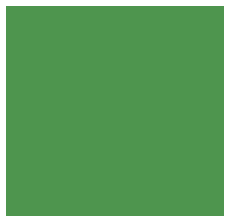
<source format=gbr>
G04 DipTrace 2.4.0.2*
%INBoard.gbr*%
%MOIN*%
%ADD11C,0.006*%
%FSLAX44Y44*%
G04*
G70*
G90*
G75*
G01*
%LNBoardPoly*%
%LPD*%
G36*
X3940Y10940D2*
D11*
X11190D1*
Y3940D1*
X3940D1*
Y10940D1*
G37*
M02*

</source>
